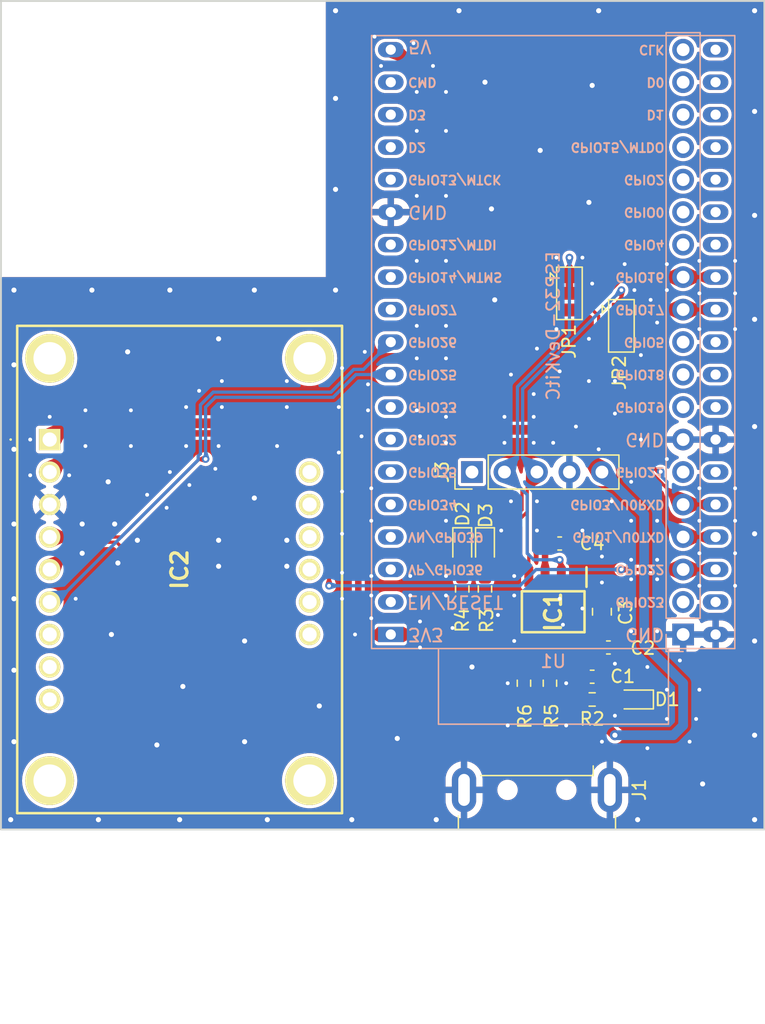
<source format=kicad_pcb>
(kicad_pcb (version 20221018) (generator pcbnew)
  (layers (0 "F.Cu" signal "Top") (31 "B.Cu" signal "Bottom") (34 "B.Paste" user) (35 "F.Paste" user) (36 "B.SilkS" user "B.Silkscreen") (37 "F.SilkS" user "F.Silkscreen") (38 "B.Mask" user) (39 "F.Mask" user) (44 "Edge.Cuts" user))
  (net 0 "")
  (net 1 "+3V3")
  (net 2 "+5V")
  (net 3 "Net-(IC1-DM)")
  (net 4 "Net-(IC1-DP)")
  (net 5 "RXD")
  (net 6 "TXD")
  (net 7 "GND")
  (net 21 "Net-(J1-D-)")
  (net 22 "Net-(J1-D+)")
  (net 23 "BCLK")
  (net 24 "DIN")
  (net 25 "WSEL")
  (net 47 "RX1")
  (net 48 "TX1")
  (net 53 "RX0")
  (net 54 "TX0")
  (net 68 "Net-(D1-A)")
  (net 69 "Net-(D2-A)")
  (net 70 "Net-(D3-A)")
  (footprint "SamacSys_Parts:3678" (layer "F.Cu") (at 102.7524 97.0514 -90)
    (fp_text reference "IC2")
    (fp_text value "3678" hide)
  )
  (footprint "LED_SMD:LED_0603_1608Metric" (layer "F.Cu") (at 148.4724 117.3714 180)
    (fp_text reference "D1")
    (fp_text value "2V")
  )
  (footprint "Capacitor_SMD:C_0603_1608Metric" (layer "F.Cu") (at 142.6304 105.1794)
    (fp_text reference "C4")
    (fp_text value "1u")
  )
  (footprint "Capacitor_SMD:C_0603_1608Metric" (layer "F.Cu") (at 146.4404 113.3074)
    (fp_text reference "C2")
    (fp_text value "0.1u")
  )
  (footprint "Jumper:SolderJumper-3_P1.3mm_Bridged12_Pad1.0x1.5mm" (layer "F.Cu") (at 147.4564 88.1614 -90)
    (fp_text reference "JP2")
    (fp_text value "RXD Route")
  )
  (footprint "Capacitor_SMD:C_0805_2012Metric" (layer "F.Cu") (at 145.9324 110.5134 90)
    (fp_text reference "C3")
    (fp_text value "10u")
  )
  (footprint "LED_SMD:LED_0603_1608Metric" (layer "F.Cu") (at 136.7884 105.4334 -90)
    (fp_text reference "D3")
    (fp_text value "2V")
  )
  (footprint "Resistor_SMD:R_0603_1608Metric" (layer "F.Cu") (at 136.7884 108.7354 -90)
    (fp_text reference "R3")
    (fp_text value "1K")
  )
  (footprint "Resistor_SMD:R_0603_1608Metric" (layer "F.Cu") (at 139.8364 116.1014 -90)
    (fp_text reference "R6")
    (fp_text value "22")
  )
  (footprint "Resistor_SMD:R_0603_1608Metric" (layer "F.Cu") (at 141.8684 116.1014 -90)
    (fp_text reference "R5")
    (fp_text value "22")
  )
  (footprint "Jumper:SolderJumper-3_P1.3mm_Bridged12_Pad1.0x1.5mm" (layer "F.Cu") (at 143.3924 85.6214 -90)
    (fp_text reference "JP1")
    (fp_text value "TXD Route")
  )
  (footprint "Resistor_SMD:R_0603_1608Metric" (layer "F.Cu") (at 135.0104 108.7354 -90)
    (fp_text reference "R4")
    (fp_text value "1K")
  )
  (footprint "Connector_USB:USB_A_CNCTech_1001-011-01101_Horizontal" (layer "F.Cu") (at 140.8524 131.3414 -90)
    (fp_text reference "J1")
    (fp_text value "USB_A")
  )
  (footprint "Connector_PinHeader_2.54mm:PinHeader_1x05_P2.54mm_Vertical" (layer "F.Cu") (at 135.7724 99.5914 90)
    (fp_text reference "J3")
    (fp_text value "Conn_01x05_Pin")
  )
  (footprint "LED_SMD:LED_0603_1608Metric" (layer "F.Cu") (at 135.0104 105.4334 -90)
    (fp_text reference "D2")
    (fp_text value "2V")
  )
  (footprint "SamacSys_Parts:SOIC127P600X170-8N" (layer "F.Cu") (at 142.1224 110.5134 -90)
    (fp_text reference "IC1")
    (fp_text value "PL2303SA__LF" hide)
  )
  (footprint "Capacitor_SMD:C_0603_1608Metric" (layer "F.Cu") (at 145.1704 115.5934)
    (fp_text reference "C1")
    (fp_text value "4.7u")
  )
  (footprint "Resistor_SMD:R_0603_1608Metric" (layer "F.Cu") (at 145.1704 117.3714 180)
    (fp_text reference "R2")
    (fp_text value "1K")
  )
  (footprint "Connector_PinHeader_2.54mm:PinHeader_1x19_P2.54mm_Vertical" (layer "B.Cu") (at 152.2824 112.2914)
    (fp_text reference "J2" hide)
    (fp_text value "Conn_01x19_Pin")
  )
  (footprint "Espressif:ESP32-DevKitC" (layer "B.Cu") (at 129.4224 112.2914)
    (fp_text reference "U1")
    (fp_text value "ESP32-DevKitC")
  )
  (gr_rect locked (start 98.9424 62.7614) (end 158.6324 127.5314) (stroke (width 0.15)) (fill none) (layer "Edge.Cuts"))
  (segment (start 141.4874 105.5474) (end 141.8554 105.1794) (width 0.508) (layer "F.Cu") (net 1))
  (segment (start 125.3838 96.5688) (end 104.759 96.5688) (width 0.508) (layer "F.Cu") (net 1))
  (segment (start 129.4224 112.2914) (end 132.2794 112.2914) (width 0.508) (layer "F.Cu") (net 1))
  (segment (start 129.4224 112.2914) (end 127.8984 112.2914) (width 0.508) (layer "F.Cu") (net 1))
  (segment (start 135.0104 109.5604) (end 136.7884 109.5604) (width 0.508) (layer "F.Cu") (net 1))
  (segment (start 104.5304 97.8134) (end 102.7524 99.5914) (width 0.508) (layer "F.Cu") (net 1))
  (segment (start 141.4874 107.8014) (end 141.4874 105.5474) (width 0.508) (layer "F.Cu") (net 1))
  (segment (start 104.759 96.5688) (end 104.5304 96.7974) (width 0.508) (layer "F.Cu") (net 1))
  (segment (start 141.4874 107.8014) (end 141.4874 110.3864) (width 0.508) (layer "F.Cu") (net 1))
  (segment (start 143.1384 110.5134) (end 144.1544 111.5294) (width 0.508) (layer "F.Cu") (net 1))
  (segment (start 141.4874 110.3864) (end 141.6144 110.5134) (width 0.508) (layer "F.Cu") (net 1))
  (segment (start 126.8824 98.0674) (end 125.3838 96.5688) (width 0.508) (layer "F.Cu") (net 1))
  (segment (start 139.0744 110.5134) (end 141.6144 110.5134) (width 0.508) (layer "F.Cu") (net 1))
  (segment (start 136.7884 109.5604) (end 138.1214 109.5604) (width 0.508) (layer "F.Cu") (net 1))
  (segment (start 104.5304 96.7974) (end 104.5304 97.8134) (width 0.508) (layer "F.Cu") (net 1))
  (segment (start 141.6144 110.5134) (end 143.1384 110.5134) (width 0.508) (layer "F.Cu") (net 1))
  (segment (start 126.8824 111.2754) (end 126.8824 98.0674) (width 0.508) (layer "F.Cu") (net 1))
  (segment (start 138.1214 109.5604) (end 139.0744 110.5134) (width 0.508) (layer "F.Cu") (net 1))
  (segment (start 144.1544 111.5294) (end 145.8664 111.5294) (width 0.508) (layer "F.Cu") (net 1))
  (segment (start 132.2794 112.2914) (end 135.0104 109.5604) (width 0.508) (layer "F.Cu") (net 1))
  (segment (start 145.8664 111.5294) (end 145.9324 111.4634) (width 0.508) (layer "F.Cu") (net 1))
  (segment (start 127.8984 112.2914) (end 126.8824 111.2754) (width 0.508) (layer "F.Cu") (net 1))
  (segment (start 146.1864 119.4034) (end 146.9484 120.1654) (width 0.762) (layer "F.Cu") (net 2))
  (segment (start 144.3524 117.3784) (end 144.3454 117.3714) (width 0.762) (layer "F.Cu") (net 2))
  (segment (start 104.0224 95.7814) (end 102.7524 97.0514) (width 0.762) (layer "F.Cu") (net 2))
  (segment (start 132.7244 95.7814) (end 104.0224 95.7814) (width 0.762) (layer "F.Cu") (net 2))
  (segment (start 132.7244 69.3654) (end 129.9304 66.5714) (width 0.762) (layer "F.Cu") (net 2))
  (segment (start 144.3524 119.4034) (end 146.1864 119.4034) (width 0.762) (layer "F.Cu") (net 2))
  (segment (start 144.3524 121.6914) (end 144.3524 119.4034) (width 0.762) (layer "F.Cu") (net 2))
  (segment (start 144.3454 115.6434) (end 144.3954 115.5934) (width 0.762) (layer "F.Cu") (net 2))
  (segment (start 142.6304 96.2894) (end 133.2324 96.2894) (width 0.762) (layer "F.Cu") (net 2))
  (segment (start 144.3524 119.4034) (end 144.3524 117.3784) (width 0.762) (layer "F.Cu") (net 2))
  (segment (start 142.7574 113.9554) (end 142.7574 113.2254) (width 0.762) (layer "F.Cu") (net 2))
  (segment (start 129.9304 66.5714) (end 129.4224 66.5714) (width 0.762) (layer "F.Cu") (net 2))
  (segment (start 144.3954 115.5934) (end 142.7574 113.9554) (width 0.762) (layer "F.Cu") (net 2))
  (segment (start 132.7244 95.7814) (end 132.7244 69.3654) (width 0.762) (layer "F.Cu") (net 2))
  (segment (start 145.9324 99.5914) (end 142.6304 96.2894) (width 0.762) (layer "F.Cu") (net 2))
  (segment (start 133.2324 96.2894) (end 132.7244 95.7814) (width 0.762) (layer "F.Cu") (net 2))
  (segment (start 144.3454 117.3714) (end 144.3454 115.6434) (width 0.762) (layer "F.Cu") (net 2))
  (via (at 146.9484 120.1654) (size 0.8) (drill 0.4) (layers "F.Cu" "B.Cu") (net 2))
  (segment (start 152.2824 116.1014) (end 149.2344 113.0534) (width 0.762) (layer "B.Cu") (net 2))
  (segment (start 151.5204 120.1654) (end 152.2824 119.4034) (width 0.762) (layer "B.Cu") (net 2))
  (segment (start 146.9484 120.1654) (end 151.5204 120.1654) (width 0.762) (layer "B.Cu") (net 2))
  (segment (start 149.2344 113.0534) (end 149.2344 102.8934) (width 0.762) (layer "B.Cu") (net 2))
  (segment (start 149.2344 102.8934) (end 145.9324 99.5914) (width 0.762) (layer "B.Cu") (net 2))
  (segment (start 152.2824 119.4034) (end 152.2824 116.1014) (width 0.762) (layer "B.Cu") (net 2))
  (segment (start 141.4874 114.8954) (end 141.8684 115.2764) (width 0.508) (layer "F.Cu") (net 3))
  (segment (start 141.4874 113.2254) (end 141.4874 114.8954) (width 0.508) (layer "F.Cu") (net 3))
  (segment (start 140.2174 114.8954) (end 139.8364 115.2764) (width 0.508) (layer "F.Cu") (net 4))
  (segment (start 140.2174 113.2254) (end 140.2174 114.8954) (width 0.508) (layer "F.Cu") (net 4))
  (segment (start 140.2174 106.0684) (end 140.0904 105.9414) (width 0.254) (layer "F.Cu") (net 5))
  (segment (start 140.2174 107.8014) (end 140.2174 106.0684) (width 0.254) (layer "F.Cu") (net 5))
  (segment (start 140.0904 102.706136) (end 139.395136 103.4014) (width 0.254) (layer "F.Cu") (net 5))
  (segment (start 136.7884 103.6554) (end 136.7884 104.6459) (width 0.254) (layer "F.Cu") (net 5))
  (segment (start 140.0904 100.3534) (end 140.8524 99.5914) (width 0.254) (layer "F.Cu") (net 5))
  (segment (start 137.0424 103.4014) (end 136.7884 103.6554) (width 0.254) (layer "F.Cu") (net 5))
  (segment (start 140.0904 103.4014) (end 140.0904 100.3534) (width 0.254) (layer "F.Cu") (net 5))
  (segment (start 139.395136 103.4014) (end 137.0424 103.4014) (width 0.254) (layer "F.Cu") (net 5))
  (segment (start 140.0904 102.6394) (end 140.0904 102.706136) (width 0.254) (layer "F.Cu") (net 5))
  (segment (start 147.4564 85.3674) (end 147.4564 86.8614) (width 0.254) (layer "F.Cu") (net 5))
  (segment (start 140.0904 105.9414) (end 140.0904 103.4014) (width 0.254) (layer "F.Cu") (net 5))
  (via (at 147.4564 85.3674) (size 0.6) (drill 0.3) (layers "F.Cu" "B.Cu") (net 5))
  (segment (start 139.7348 93.089) (end 139.7348 98.4738) (width 0.254) (layer "B.Cu") (net 5))
  (segment (start 147.4564 85.3674) (end 139.7348 93.089) (width 0.254) (layer "B.Cu") (net 5))
  (segment (start 139.7348 98.4738) (end 140.8524 99.5914) (width 0.254) (layer "B.Cu") (net 5))
  (segment (start 136.874064 102.995) (end 139.2268 102.995) (width 0.254) (layer "F.Cu") (net 6))
  (segment (start 135.2644 103.4014) (end 136.467664 103.4014) (width 0.254) (layer "F.Cu") (net 6))
  (segment (start 139.2268 102.995) (end 139.684 102.5378) (width 0.254) (layer "F.Cu") (net 6))
  (segment (start 135.0104 103.6554) (end 135.2644 103.4014) (width 0.254) (layer "F.Cu") (net 6))
  (segment (start 136.467664 103.4014) (end 136.874064 102.995) (width 0.254) (layer "F.Cu") (net 6))
  (segment (start 139.684 102.5378) (end 139.684 100.963) (width 0.254) (layer "F.Cu") (net 6))
  (segment (start 139.684 100.963) (end 138.3124 99.5914) (width 0.254) (layer "F.Cu") (net 6))
  (segment (start 142.7574 107.8014) (end 142.7574 106.5764) (width 0.254) (layer "F.Cu") (net 6))
  (segment (start 143.3924 82.8274) (end 143.3924 84.3214) (width 0.254) (layer "F.Cu") (net 6))
  (segment (start 142.7574 106.5764) (end 142.6304 106.4494) (width 0.254) (layer "F.Cu") (net 6))
  (segment (start 135.0104 104.6459) (end 135.0104 103.6554) (width 0.254) (layer "F.Cu") (net 6))
  (via (at 142.6304 106.4494) (size 0.6) (drill 0.3) (layers "F.Cu" "B.Cu") (net 6))
  (via (at 143.3924 82.8274) (size 0.6) (drill 0.3) (layers "F.Cu" "B.Cu") (net 6))
  (segment (start 139.3284 98.5754) (end 138.3124 99.5914) (width 0.254) (layer "B.Cu") (net 6))
  (segment (start 143.3924 88.856664) (end 139.3284 92.920664) (width 0.254) (layer "B.Cu") (net 6))
  (segment (start 139.3284 92.920664) (end 139.3284 98.5754) (width 0.254) (layer "B.Cu") (net 6))
  (segment (start 143.3924 82.8274) (end 143.3924 88.856664) (width 0.254) (layer "B.Cu") (net 6))
  (segment (start 140.0904 101.3694) (end 138.3124 99.5914) (width 0.254) (layer "B.Cu") (net 6))
  (segment (start 140.0904 105.9414) (end 140.0904 101.3694) (width 0.254) (layer "B.Cu") (net 6))
  (segment (start 140.5984 106.4494) (end 140.0904 105.9414) (width 0.254) (layer "B.Cu") (net 6))
  (segment (start 142.6304 106.4494) (end 140.5984 106.4494) (width 0.254) (layer "B.Cu") (net 6))
  (via (at 151.0124 98.5754) (size 0.6) (drill 0.3) (layers "F.Cu" "B.Cu") (net 7))
  (via (at 148.2184 100.3534) (size 0.6) (drill 0.3) (layers "F.Cu" "B.Cu") (net 7))
  (via (at 127.6444 94.7654) (size 0.6) (drill 0.3) (layers "F.Cu" "B.Cu") (net 7))
  (via (at 113.6744 100.6074) (size 0.6) (drill 0.3) (layers "F.Cu" "B.Cu") (net 7))
  (via (at 115.9604 106.9574) (size 0.8) (drill 0.4) (layers "F.Cu" "B.Cu") (net 7))
  (via (at 153.5524 116.6094) (size 0.6) (drill 0.3) (layers "F.Cu" "B.Cu") (net 7))
  (via (at 117.9924 112.7994) (size 0.8) (drill 0.4) (layers "F.Cu" "B.Cu") (net 7))
  (via (at 140.8524 89.9394) (size 0.6) (drill 0.3) (layers "F.Cu" "B.Cu") (net 7))
  (via (at 142.8844 111.5294) (size 0.6) (drill 0.3) (layers "F.Cu" "B.Cu") (net 7))
  (via (at 146.9484 114.5774) (size 0.6) (drill 0.3) (layers "F.Cu" "B.Cu") (net 7))
  (via (at 129.9304 120.4194) (size 0.8) (drill 0.4) (layers "F.Cu" "B.Cu") (net 7))
  (via (at 125.1044 70.3814) (size 0.8) (drill 0.4) (layers "F.Cu" "B.Cu") (net 7))
  (via (at 99.9584 103.6554) (size 0.8) (drill 0.4) (layers "F.Cu" "B.Cu") (net 7))
  (via (at 140.5984 95.2734) (size 0.6) (drill 0.3) (layers "F.Cu" "B.Cu") (net 7))
  (via (at 128.1524 65.5554) (size 0.6) (drill 0.3) (layers "F.Cu" "B.Cu") (net 7))
  (via (at 131.4544 90.7014) (size 0.6) (drill 0.3) (layers "F.Cu" "B.Cu") (net 7))
  (via (at 144.4084 104.1634) (size 0.6) (drill 0.3) (layers "F.Cu" "B.Cu") (net 7))
  (via (at 130.9464 109.2434) (size 0.6) (drill 0.3) (layers "F.Cu" "B.Cu") (net 7))
  (via (at 133.7404 83.0814) (size 0.6) (drill 0.3) (layers "F.Cu" "B.Cu") (net 7))
  (via (at 118.7544 101.6234) (size 0.8) (drill 0.4) (layers "F.Cu" "B.Cu") (net 7))
  (via (at 149.7424 86.1294) (size 0.6) (drill 0.3) (layers "F.Cu" "B.Cu") (net 7))
  (via (at 153.2984 118.8954) (size 0.6) (drill 0.3) (layers "F.Cu" "B.Cu") (net 7))
  (via (at 156.3464 83.0814) (size 0.6) (drill 0.3) (layers "F.Cu" "B.Cu") (net 7))
  (via (at 133.7404 88.1614) (size 0.6) (drill 0.3) (layers "F.Cu" "B.Cu") (net 7))
  (via (at 125.1044 77.4934) (size 0.8) (drill 0.4) (layers "F.Cu" "B.Cu") (net 7))
  (via (at 144.9164 89.1774) (size 0.6) (drill 0.3) (layers "F.Cu" "B.Cu") (net 7))
  (via (at 140.5984 93.4954) (size 0.6) (drill 0.3) (layers "F.Cu" "B.Cu") (net 7))
  (via (at 133.7404 69.8734) (size 0.6) (drill 0.3) (layers "F.Cu" "B.Cu") (net 7))
  (via (at 148.2184 106.4494) (size 0.6) (drill 0.3) (layers "F.Cu" "B.Cu") (net 7))
  (via (at 116.2144 92.4794) (size 0.6) (drill 0.3) (layers "F.Cu" "B.Cu") (net 7))
  (via (at 153.5524 108.4814) (size 0.6) (drill 0.3) (layers "F.Cu" "B.Cu") (net 7))
  (via (at 127.8984 107.7194) (size 0.6) (drill 0.3) (layers "F.Cu" "B.Cu") (net 7))
  (via (at 157.8704 87.6534) (size 0.8) (drill 0.4) (layers "F.Cu" "B.Cu") (net 7))
  (via (at 109.6104 104.9254) (size 0.8) (drill 0.4) (layers "F.Cu" "B.Cu") (net 7))
  (via (at 131.4544 69.8734) (size 0.6) (drill 0.3) (layers "F.Cu" "B.Cu") (net 7))
  (via (at 142.6304 91.7174) (size 0.6) (drill 0.3) (layers "F.Cu" "B.Cu") (net 7))
  (via (at 137.2964 79.0174) (size 0.8) (drill 0.4) (layers "F.Cu" "B.Cu") (net 7))
  (via (at 101.2284 97.0514) (size 0.6) (drill 0.3) (layers "F.Cu" "B.Cu") (net 7))
  (via (at 112.9124 126.7694) (size 0.8) (drill 0.4) (layers "F.Cu" "B.Cu") (net 7))
  (via (at 99.9584 85.3674) (size 0.8) (drill 0.4) (layers "F.Cu" "B.Cu") (net 7))
  (via (at 131.4544 88.1614) (size 0.6) (drill 0.3) (layers "F.Cu" "B.Cu") (net 7))
  (via (at 148.2184 107.9734) (size 0.6) (drill 0.3) (layers "F.Cu" "B.Cu") (net 7))
  (via (at 133.7404 109.2434) (size 0.6) (drill 0.3) (layers "F.Cu" "B.Cu") (net 7))
  (via (at 150.2504 106.4494) (size 0.6) (drill 0.3) (layers "F.Cu" "B.Cu") (net 7))
  (via (at 125.6124 107.4654) (size 0.6) (drill 0.3) (layers "F.Cu" "B.Cu") (net 7))
  (via (at 127.1364 96.7974) (size 0.6) (drill 0.3) (layers "F.Cu" "B.Cu") (net 7))
  (via (at 108.8484 90.1934) (size 0.8) (drill 0.4) (layers "F.Cu" "B.Cu") (net 7))
  (via (at 156.3464 108.4814) (size 0.6) (drill 0.3) (layers "F.Cu" "B.Cu") (net 7))
  (via (at 134.2484 111.7834) (size 0.6) (drill 0.3) (layers "F.Cu" "B.Cu") (net 7))
  (via (at 125.1044 63.5234) (size 0.8) (drill 0.4) (layers "F.Cu" "B.Cu") (net 7))
  (via (at 125.6124 104.4174) (size 0.6) (drill 0.3) (layers "F.Cu" "B.Cu") (net 7))
  (via (at 133.7404 72.9214) (size 0.6) (drill 0.3) (layers "F.Cu" "B.Cu") (net 7))
  (via (at 104.7844 109.4974) (size 0.6) (drill 0.3) (layers "F.Cu" "B.Cu") (net 7))
  (via (at 157.8704 104.4174) (size 0.8) (drill 0.4) (layers "F.Cu" "B.Cu") (net 7))
  (via (at 131.7084 96.7974) (size 0.6) (drill 0.3) (layers "F.Cu" "B.Cu") (net 7))
  (via (at 131.7084 113.3074) (size 0.6) (drill 0.3) (layers "F.Cu" "B.Cu") (net 7))
  (via (at 131.4544 83.0814) (size 0.6) (drill 0.3) (layers "F.Cu" "B.Cu") (net 7))
  (via (at 150.2504 107.9734) (size 0.6) (drill 0.3) (layers "F.Cu" "B.Cu") (net 7))
  (via (at 106.5624 126.7694) (size 0.8) (drill 0.4) (layers "F.Cu" "B.Cu") (net 7))
  (via (at 113.1664 116.3554) (size 0.8) (drill 0.4) (layers "F.Cu" "B.Cu") (net 7))
  (via (at 156.3464 103.4014) (size 0.6) (drill 0.3) (layers "F.Cu" "B.Cu") (net 7))
  (via (at 157.8704 71.3974) (size 0.8) (drill 0.4) (layers "F.Cu" "B.Cu") (net 7))
  (via (at 143.1384 119.4034) (size 0.6) (drill 0.3) (layers "F.Cu" "B.Cu") (net 7))
  (via (at 149.4884 114.8314) (size 0.6) (drill 0.3) (layers "F.Cu" "B.Cu") (net 7))
  (via (at 142.6304 109.4974) (size 0.6) (drill 0.3) (layers "F.Cu" "B.Cu") (net 7))
  (via (at 127.8984 100.8614) (size 0.6) (drill 0.3) (layers "F.Cu" "B.Cu") (net 7))
  (via (at 156.3464 105.9414) (size 0.6) (drill 0.3) (layers "F.Cu" "B.Cu") (net 7))
  (via (at 125.1044 85.3674) (size 0.8) (drill 0.4) (layers "F.Cu" "B.Cu") (net 7))
  (via (at 151.0124 85.3674) (size 0.6) (drill 0.3) (layers "F.Cu" "B.Cu") (net 7))
  (via (at 146.6944 101.8774) (size 0.6) (drill 0.3) (layers "F.Cu" "B.Cu") (net 7))
  (via (at 105.5464 94.7654) (size 0.6) (drill 0.3) (layers "F.Cu" "B.Cu") (net 7))
  (via (at 136.7884 69.1114) (size 0.8) (drill 0.4) (layers "F.Cu" "B.Cu") (net 7))
  (via (at 157.8704 112.7994) (size 0.8) (drill 0.4) (layers "F.Cu" "B.Cu") (net 7))
  (via (at 131.2004 66.0634) (size 0.6) (drill 0.3) (layers "F.Cu" "B.Cu") (net 7))
  (via (at 127.8984 103.4014) (size 0.6) (drill 0.3) (layers "F.Cu" "B.Cu") (net 7))
  (via (at 145.9324 120.6734) (size 0.6) (drill 0.3) (layers "F.Cu" "B.Cu") (net 7))
  (via (at 119.7704 126.7694) (size 0.8) (drill 0.4) (layers "F.Cu" "B.Cu") (net 7))
  (via (at 151.0124 116.6094) (size 0.6) (drill 0.3) (layers "F.Cu" "B.Cu") (net 7))
  (via (at 127.3904 90.1934) (size 0.6) (drill 0.3) (layers "F.Cu" "B.Cu") (net 7))
  (via (at 123.8344 117.8794) (size 0.8) (drill 0.4) (layers "F.Cu" "B.Cu") (net 7))
  (via (at 157.8704 120.1654) (size 0.8) (drill 0.4) (layers "F.Cu" "B.Cu") (net 7))
  (via (at 102.7524 95.2734) (size 0.6) (drill 0.3) (layers "F.Cu" "B.Cu") (net 7))
  (via (at 141.1064 74.4454) (size 0.8) (drill 0.4) (layers "F.Cu" "B.Cu") (net 7))
  (via (at 142.3764 82.8274) (size 0.6) (drill 0.3) (layers "F.Cu" "B.Cu") (net 7))
  (via (at 133.7404 78.0014) (size 0.6) (drill 0.3) (layers "F.Cu" "B.Cu") (net 7))
  (via (at 115.9604 89.1774) (size 0.8) (drill 0.4) (layers "F.Cu" "B.Cu") (net 7))
  (via (at 99.9584 120.6734) (size 0.8) (drill 0.4) (layers "F.Cu" "B.Cu") (net 7))
  (via (at 133.7404 97.3054) (size 0.6) (drill 0.3) (layers "F.Cu" "B.Cu") (net 7))
  (via (at 156.3464 100.8614) (size 0.6) (drill 0.3) (layers "F.Cu" "B.Cu") (net 7))
  (via (at 150.2504 87.9074) (size 0.6) (drill 0.3) (layers "F.Cu" "B.Cu") (net 7))
  (via (at 151.0124 118.8954) (size 0.6) (drill 0.3) (layers "F.Cu" "B.Cu") (net 7))
  (via (at 106.0544 85.3674) (size 0.8) (drill 0.4) (layers "F.Cu" "B.Cu") (net 7))
  (via (at 126.6284 112.2914) (size 0.6) (drill 0.3) (layers "F.Cu" "B.Cu") (net 7))
  (via (at 127.8984 111.0214) (size 0.6) (drill 0.3) (layers "F.Cu" "B.Cu") (net 7))
  (via (at 140.8524 104.1634) (size 0.6) (drill 0.3) (layers "F.Cu" "B.Cu") (net 7))
  (via (at 148.2184 112.0374) (size 0.6) (drill 0.3) (layers "F.Cu" "B.Cu") (net 7))
  (via (at 138.8204 101.8774) (size 0.6) (drill 0.3) (layers "F.Cu" "B.Cu") (net 7))
  (via (at 149.4884 121.1814) (size 0.6) (drill 0.3) (layers "F.Cu" "B.Cu") (net 7))
  (via (at 150.2504 112.0374) (size 0.6) (drill 0.3) (layers "F.Cu" "B.Cu") (net 7))
  (via (at 125.6124 101.1154) (size 0.6) (drill 0.3) (layers "F.Cu" "B.Cu") (net 7))
  (via (at 138.0584 104.1634) (size 0.6) (drill 0.3) (layers "F.Cu" "B.Cu") (net 7))
  (via (at 153.5524 100.8614) (size 0.6) (drill 0.3) (layers "F.Cu" "B.Cu") (net 7))
  (via (at 145.6784 63.5234) (size 0.8) (drill 0.4) (layers "F.Cu" "B.Cu") (net 7))
  (via (at 116.2144 94.5114) (size 0.6) (drill 0.3) (layers "F.Cu" "B.Cu") (net 7))
  (via (at 153.5524 103.4014) (size 0.6) (drill 0.3) (layers "F.Cu" "B.Cu") (net 7))
  (via (at 132.7244 67.8414) (size 0.6) (drill 0.3) (layers "F.Cu" "B.Cu") (net 7))
  (via (at 151.0124 83.3354) (size 0.6) (drill 0.3) (layers "F.Cu" "B.Cu") (net 7))
  (via (at 127.8984 109.2434) (size 0.6) (drill 0.3) (layers "F.Cu" "B.Cu") (net 7))
  (via (at 147.7104 83.3354) (size 0.6) (drill 0.3) (layers "F.Cu" "B.Cu") (net 7))
  (via (at 152.7904 120.6734) (size 0.6) (drill 0.3) (layers "F.Cu" "B.Cu") (net 7))
  (via (at 99.9584 115.0854) (size 0.8) (drill 0.4) (layers "F.Cu" "B.Cu") (net 7))
  (via (at 140.5984 97.3054) (size 0.6) (drill 0.3) (layers "F.Cu" "B.Cu") (net 7))
  (via (at 135.7724 114.8314) (size 0.8) (drill 0.4) (layers "F.Cu" "B.Cu") (net 7))
  (via (at 138.3124 95.2734) (size 0.6) (drill 0.3) (layers "F.Cu" "B.Cu") (net 7))
  (via (at 148.9804 97.0514) (size 0.6) (drill 0.3) (layers "F.Cu" "B.Cu") (net 7))
  (via (at 144.4084 82.8274) (size 0.6) (drill 0.3) (layers "F.Cu" "B.Cu") (net 7))
  (via (at 138.5664 116.1014) (size 0.6) (drill 0.3) (layers "F.Cu" "B.Cu") (net 7))
  (via (at 107.8324 103.6554) (size 0.8) (drill 0.4) (layers "F.Cu" "B.Cu") (net 7))
  (via (at 121.2944 94.5114) (size 0.6) (drill 0.3) (layers "F.Cu" "B.Cu") (net 7))
  (via (at 125.6124 91.4634) (size 0.6) (drill 0.3) (layers "F.Cu" "B.Cu") (net 7))
  (via (at 157.8704 79.5254) (size 0.8) (drill 0.4) (layers "F.Cu" "B.Cu") (net 7))
  (via (at 139.0744 109.2434) (size 0.6) (drill 0.3) (layers "F.Cu" "B.Cu") (net 7))
  (via (at 125.3584 94.5114) (size 0.6) (drill 0.3) (layers "F.Cu" "B.Cu") (net 7))
  (via (at 148.4724 85.3674) (size 0.6) (drill 0.3) (layers "F.Cu" "B.Cu") (net 7))
  (via (at 109.1024 97.5594) (size 0.6) (drill 0.3) (layers "F.Cu" "B.Cu") (net 7))
  (via (at 121.2944 104.9254) (size 0.8) (drill 0.4) (layers "F.Cu" "B.Cu") (net 7))
  (via (at 99.9584 109.4974) (size 0.8) (drill 0.4) (layers "F.Cu" "B.Cu") (net 7))
  (via (at 115.9604 97.5594) (size 0.6) (drill 0.3) (layers "F.Cu" "B.Cu") (net 7))
  (via (at 153.5524 85.6214) (size 0.6) (drill 0.3) (layers "F.Cu" "B.Cu") (net 7))
  (via (at 152.0284 114.3234) (size 0.6) (drill 0.3) (layers "F.Cu" "B.Cu") (net 7))
  (via (at 99.7044 126.7694) (size 0.8) (drill 0.4) (layers "F.Cu" "B.Cu") (net 7))
  (via (at 121.2944 106.9574) (size 0.8) (drill 0.4) (layers "F.Cu" "B.Cu") (net 7))
  (via (at 148.7264 126.7694) (size 0.8) (drill 0.4) (layers "F.Cu" "B.Cu") (net 7))
  (via (at 115.9604 104.9254) (size 0.8) (drill 0.4) (layers "F.Cu" "B.Cu") (net 7))
  (via (at 118.7544 85.3674) (size 0.8) (drill 0.4) (layers "F.Cu" "B.Cu") (net 7))
  (via (at 125.6124 109.4974) (size 0.6) (drill 0.3) (layers "F.Cu" "B.Cu") (net 7))
  (via (at 144.4084 110.2594) (size 0.6) (drill 0.3) (layers "F.Cu" "B.Cu") (net 7))
  (via (at 131.4544 94.7654) (size 0.6) (drill 0.3) (layers "F.Cu" "B.Cu") (net 7))
  (via (at 108.0864 106.7034) (size 0.8) (drill 0.4) (layers "F.Cu" "B.Cu") (net 7))
  (via (at 153.8064 123.9754) (size 0.8) (drill 0.4) (layers "F.Cu" "B.Cu") (net 7))
  (via (at 143.9004 96.0354) (size 0.6) (drill 0.3) (layers "F.Cu" "B.Cu") (net 7))
  (via (at 110.3724 101.3694) (size 0.6) (drill 0.3) (layers "F.Cu" "B.Cu") (net 7))
  (via (at 150.2504 103.4014) (size 0.6) (drill 0.3) (layers "F.Cu" "B.Cu") (net 7))
  (via (at 132.9784 126.7694) (size 0.8) (drill 0.4) (layers "F.Cu" "B.Cu") (net 7))
  (via (at 109.1024 94.7654) (size 0.6) (drill 0.3) (layers "F.Cu" "B.Cu") (net 7))
  (via (at 148.9804 90.4474) (size 0.6) (drill 0.3) (layers "F.Cu" "B.Cu") (net 7))
  (via (at 127.6444 92.7334) (size 0.6) (drill 0.3) (layers "F.Cu" "B.Cu") (net 7))
  (via (at 99.9584 91.2094) (size 0.8) (drill 0.4) (layers "F.Cu" "B.Cu") (net 7))
  (via (at 105.2924 103.6554) (size 0.8) (drill 0.4) (layers "F.Cu" "B.Cu") (net 7))
  (via (at 156.3464 85.6214) (size 0.6) (drill 0.3) (layers "F.Cu" "B.Cu") (net 7))
  (via (at 157.8704 96.0354) (size 0.8) (drill 0.4) (layers "F.Cu" "B.Cu") (net 7))
  (via (at 133.7404 90.7014) (size 0.6) (drill 0.3) (layers "F.Cu" "B.Cu") (net 7))
  (via (at 144.9164 78.5094) (size 0.8) (drill 0.4) (layers "F.Cu" "B.Cu") (net 7))
  (via (at 139.0744 107.7194) (size 0.6) (drill 0.3) (layers "F.Cu" "B.Cu") (net 7))
  (via (at 125.3584 98.0674) (size 0.6) (drill 0.3) (layers "F.Cu" "B.Cu") (net 7))
  (via (at 120.5324 97.5594) (size 0.6) (drill 0.3) (layers "F.Cu" "B.Cu") (net 7))
  (via (at 107.5784 112.2914) (size 0.8) (drill 0.4) (layers "F.Cu" "B.Cu") (net 7))
  (via (at 131.4544 78.0014) (size 0.6) (drill 0.3) (layers "F.Cu" "B.Cu") (net 7))
  (via (at 137.8044 110.7674) (size 0.6) (drill 0.3) (layers "F.Cu" "B.Cu") (net 7))
  (via (at 146.9484 118.6414) (size 0.6) (drill 0.3) (layers "F.Cu" "B.Cu") (net 7))
  (via (at 156.3464 88.4154) (size 0.6) (drill 0.3) (layers "F.Cu" "B.Cu") (net 7))
  (via (at 115.7064 99.3374) (size 0.6) (drill 0.3) (layers "F.Cu" "B.Cu") (net 7))
  (via (at 142.3764 88.4154) (size 0.6) (drill 0.3) (layers "F.Cu" "B.Cu") (net 7))
  (via (at 146.9484 95.0194) (size 0.6) (drill 0.3) (layers "F.Cu" "B.Cu") (net 7))
  (via (at 143.1384 116.1014) (size 0.6) (drill 0.3) (layers "F.Cu" "B.Cu") (net 7))
  (via (at 153.5524 105.9414) (size 0.6) (drill 0.3) (layers "F.Cu" "B.Cu") (net 7))
  (via (at 157.8704 63.5234) (size 0.8) (drill 0.4) (layers "F.Cu" "B.Cu") (net 7))
  (via (at 133.7404 107.7194) (size 0.6) (drill 0.3) (layers "F.Cu" "B.Cu") (net 7))
  (via (at 107.3244 100.3534) (size 0.8) (drill 0.4) (layers "F.Cu" "B.Cu") (net 7))
  (via (at 105.5464 97.5594) (size 0.6) (drill 0.3) (layers "F.Cu" "B.Cu") (net 7))
  (via (at 138.3124 97.3054) (size 0.6) (drill 0.3) (layers "F.Cu" "B.Cu") (net 7))
  (via (at 153.5524 83.0814) (size 0.6) (drill 0.3) (layers "F.Cu" "B.Cu") (net 7))
  (via (at 112.1504 85.3674) (size 0.8) (drill 0.4) (layers "F.Cu" "B.Cu") (net 7))
  (via (at 131.4544 72.9214) (size 0.6) (drill 0.3) (layers "F.Cu" "B.Cu") (net 7))
  (via (at 113.4204 94.5114) (size 0.6) (drill 0.3) (layers "F.Cu" "B.Cu") (net 7))
  (via (at 145.1704 69.3654) (size 0.8) (drill 0.4) (layers "F.Cu" "B.Cu") (net 7))
  (via (at 105.2924 105.9414) (size 0.8) (drill 0.4) (layers "F.Cu" "B.Cu") (net 7))
  (via (at 145.9324 108.2274) (size 0.6) (drill 0.3) (layers "F.Cu" "B.Cu") (net 7))
  (via (at 153.5524 88.4154) (size 0.6) (drill 0.3) (layers "F.Cu" "B.Cu") (net 7))
  (via (at 133.7404 95.2734) (size 0.6) (drill 0.3) (layers "F.Cu" "B.Cu") (net 7))
  (via (at 117.9924 120.6734) (size 0.8) (drill 0.4) (layers "F.Cu" "B.Cu") (net 7))
  (via (at 145.9324 106.1954) (size 0.6) (drill 0.3) (layers "F.Cu" "B.Cu") (net 7))
  (via (at 146.9484 92.4794) (size 0.6) (drill 0.3) (layers "F.Cu" "B.Cu") (net 7))
  (via (at 104.2764 99.8454) (size 0.6) (drill 0.3) (layers "F.Cu" "B.Cu") (net 7))
  (via (at 137.5504 86.1294) (size 0.8) (drill 0.4) (layers "F.Cu" "B.Cu") (net 7))
  (via (at 130.9464 107.7194) (size 0.6) (drill 0.3) (layers "F.Cu" "B.Cu") (net 7))
  (via (at 113.4204 97.5594) (size 0.6) (drill 0.3) (layers "F.Cu" "B.Cu") (net 7))
  (via (at 101.2284 99.8454) (size 0.6) (drill 0.3) (layers "F.Cu" "B.Cu") (net 7))
  (via (at 131.7084 111.2754) (size 0.6) (drill 0.3) (layers "F.Cu" "B.Cu") (net 7))
  (via (at 144.9164 92.4794) (size 0.6) (drill 0.3) (layers "F.Cu" "B.Cu") (net 7))
  (via (at 145.1704 84.8594) (size 0.6) (drill 0.3) (layers "F.Cu" "B.Cu") (net 7))
  (via (at 138.8204 91.9714) (size 0.6) (drill 0.3) (layers "F.Cu" "B.Cu") (net 7))
  (via (at 145.6784 97.8134) (size 0.6) (drill 0.3) (layers "F.Cu" "B.Cu") (net 7))
  (via (at 139.0744 112.7994) (size 0.6) (drill 0.3) (layers "F.Cu" "B.Cu") (net 7))
  (via (at 138.5664 119.4034) (size 0.6) (drill 0.3) (layers "F.Cu" "B.Cu") (net 7))
  (via (at 111.1344 120.9274) (size 0.8) (drill 0.4) (layers "F.Cu" "B.Cu") (net 7))
  (via (at 134.7564 63.5234) (size 0.8) (drill 0.4) (layers "F.Cu" "B.Cu") (net 7))
  (via (at 128.6604 67.8414) (size 0.6) (drill 0.3) (layers "F.Cu" "B.Cu") (net 7))
  (via (at 111.8964 102.3854) (size 0.6) (drill 0.3) (layers "F.Cu" "B.Cu") (net 7))
  (via (at 157.8704 126.7694) (size 0.8) (drill 0.4) (layers "F.Cu" "B.Cu") (net 7))
  (via (at 133.7404 103.4014) (size 0.6) (drill 0.3) (layers "F.Cu" "B.Cu") (net 7))
  (via (at 140.8524 101.8774) (size 0.6) (drill 0.3) (layers "F.Cu" "B.Cu") (net 7))
  (via (at 114.4364 93.2414) (size 0.6) (drill 0.3) (layers "F.Cu" "B.Cu") (net 7))
  (via (at 121.2944 92.4794) (size 0.6) (drill 0.3) (layers "F.Cu" "B.Cu") (net 7))
  (via (at 126.3744 126.7694) (size 0.8) (drill 0.4) (layers "F.Cu" "B.Cu") (net 7))
  (via (at 142.1224 97.3054) (size 0.6) (drill 0.3) (layers "F.Cu" "B.Cu") (net 7))
  (via (at 148.2184 103.4014) (size 0.6) (drill 0.3) (layers "F.Cu" "B.Cu") (net 7))
  (via (at 112.1504 99.5914) (size 0.6) (drill 0.3) (layers "F.Cu" "B.Cu") (net 7))
  (via (at 99.9584 97.8134) (size 0.8) (drill 0.4) (layers "F.Cu" "B.Cu") (net 7))
  (segment (start 141.8524 121.6914) (end 141.8524 116.9424) (width 0.508) (layer "F.Cu") (net 21))
  (segment (start 141.8524 116.9424) (end 141.8684 116.9264) (width 0.508) (layer "F.Cu") (net 21))
  (segment (start 139.8524 121.6914) (end 139.8524 116.9424) (width 0.508) (layer "F.Cu") (net 22))
  (segment (start 139.8524 116.9424) (end 139.8364 116.9264) (width 0.508) (layer "F.Cu") (net 22))
  (segment (start 115.538064 93.343) (end 124.7488 93.343) (width 0.254) (layer "B.Cu") (net 23))
  (segment (start 102.7524 109.7514) (end 103.2604 109.7514) (width 0.254) (layer "B.Cu") (net 23))
  (segment (start 124.7488 93.343) (end 126.5268 91.565) (width 0.254) (layer "B.Cu") (net 23))
  (segment (start 103.2604 109.7514) (end 114.365 98.6468) (width 0.254) (layer "B.Cu") (net 23))
  (segment (start 126.5268 91.565) (end 127.2888 91.565) (width 0.254) (layer "B.Cu") (net 23))
  (segment (start 114.365 98.6468) (end 114.365 98.335404) (width 0.254) (layer "B.Cu") (net 23))
  (segment (start 114.538 94.343064) (end 115.538064 93.343) (width 0.254) (layer "B.Cu") (net 23))
  (segment (start 114.538 98.162404) (end 114.538 94.343064) (width 0.254) (layer "B.Cu") (net 23))
  (segment (start 127.2888 91.565) (end 129.4224 89.4314) (width 0.254) (layer "B.Cu") (net 23))
  (segment (start 114.365 98.335404) (end 114.538 98.162404) (width 0.254) (layer "B.Cu") (net 23))
  (segment (start 147.4564 107.2114) (end 152.2824 107.2114) (width 0.254) (layer "F.Cu") (net 24))
  (segment (start 108.8484 105.9414) (end 107.9848 105.0778) (width 0.254) (layer "F.Cu") (net 24))
  (segment (start 107.9848 105.0778) (end 104.886 105.0778) (width 0.254) (layer "F.Cu") (net 24))
  (segment (start 124.5964 108.4814) (end 124.5964 106.4494) (width 0.254) (layer "F.Cu") (net 24))
  (segment (start 152.2824 107.2114) (end 154.8224 107.2114) (width 0.254) (layer "F.Cu") (net 24))
  (segment (start 104.886 105.0778) (end 102.7524 107.2114) (width 0.254) (layer "F.Cu") (net 24))
  (segment (start 124.0884 105.9414) (end 108.8484 105.9414) (width 0.254) (layer "F.Cu") (net 24))
  (segment (start 124.5964 106.4494) (end 124.0884 105.9414) (width 0.254) (layer "F.Cu") (net 24))
  (via (at 147.4564 107.2114) (size 0.6) (drill 0.3) (layers "F.Cu" "B.Cu") (net 24))
  (via (at 124.5964 108.4814) (size 0.6) (drill 0.3) (layers "F.Cu" "B.Cu") (net 24))
  (segment (start 124.5964 108.4814) (end 139.515664 108.4814) (width 0.254) (layer "B.Cu") (net 24))
  (segment (start 139.515664 108.4814) (end 140.785664 107.2114) (width 0.254) (layer "B.Cu") (net 24))
  (segment (start 140.785664 107.2114) (end 147.4564 107.2114) (width 0.254) (layer "B.Cu") (net 24))
  (segment (start 108.3404 104.6714) (end 102.7524 104.6714) (width 0.254) (layer "F.Cu") (net 25))
  (segment (start 114.9444 98.5754) (end 114.4364 98.5754) (width 0.254) (layer "F.Cu") (net 25))
  (segment (start 114.4364 98.5754) (end 108.3404 104.6714) (width 0.254) (layer "F.Cu") (net 25))
  (via (at 114.9444 98.5754) (size 0.6) (drill 0.3) (layers "F.Cu" "B.Cu") (net 25))
  (segment (start 126.695136 91.9714) (end 129.4224 91.9714) (width 0.254) (layer "B.Cu") (net 25))
  (segment (start 114.9444 98.5754) (end 114.9444 94.5114) (width 0.254) (layer "B.Cu") (net 25))
  (segment (start 124.917136 93.7494) (end 126.695136 91.9714) (width 0.254) (layer "B.Cu") (net 25))
  (segment (start 114.9444 94.5114) (end 115.7064 93.7494) (width 0.254) (layer "B.Cu") (net 25))
  (segment (start 115.7064 93.7494) (end 124.917136 93.7494) (width 0.254) (layer "B.Cu") (net 25))
  (segment (start 152.2824 84.3514) (end 154.8224 84.3514) (width 0.254) (layer "F.Cu") (net 47))
  (segment (start 143.3924 85.6214) (end 146.383004 85.6214) (width 0.254) (layer "F.Cu") (net 47))
  (segment (start 146.383004 85.6214) (end 147.653004 84.3514) (width 0.254) (layer "F.Cu") (net 47))
  (segment (start 147.653004 84.3514) (end 152.2824 84.3514) (width 0.254) (layer "F.Cu") (net 47))
  (segment (start 147.4564 88.1614) (end 148.7264 88.1614) (width 0.254) (layer "F.Cu") (net 48))
  (segment (start 152.2824 86.8914) (end 154.8224 86.8914) (width 0.254) (layer "F.Cu") (net 48))
  (segment (start 148.7264 88.1614) (end 149.9964 86.8914) (width 0.254) (layer "F.Cu") (net 48))
  (segment (start 149.9964 86.8914) (end 152.2824 86.8914) (width 0.254) (layer "F.Cu") (net 48))
  (segment (start 152.2824 102.1314) (end 154.8224 102.1314) (width 0.254) (layer "F.Cu") (net 53))
  (segment (start 143.3924 86.9214) (end 145.2004 86.9214) (width 0.254) (layer "F.Cu") (net 53))
  (segment (start 145.6784 87.3994) (end 145.6784 95.5274) (width 0.254) (layer "F.Cu") (net 53))
  (segment (start 145.2004 86.9214) (end 145.6784 87.3994) (width 0.254) (layer "F.Cu") (net 53))
  (segment (start 145.6784 95.5274) (end 152.2824 102.1314) (width 0.254) (layer "F.Cu") (net 53))
  (segment (start 154.8224 104.6714) (end 153.5524 104.6714) (width 0.254) (layer "F.Cu") (net 54))
  (segment (start 150.317136 99.5914) (end 150.5044 99.5914) (width 0.254) (layer "F.Cu") (net 54))
  (segment (start 146.0848 90.833) (end 146.0848 95.359064) (width 0.254) (layer "F.Cu") (net 54))
  (segment (start 150.5044 99.5914) (end 150.532745 99.563055) (width 0.254) (layer "F.Cu") (net 54))
  (segment (start 147.4564 89.4614) (end 146.0848 90.833) (width 0.254) (layer "F.Cu") (net 54))
  (segment (start 153.5524 104.6714) (end 152.2824 104.6714) (width 0.254) (layer "F.Cu") (net 54))
  (segment (start 146.0848 95.359064) (end 150.317136 99.5914) (width 0.254) (layer "F.Cu") (net 54))
  (via (at 150.532745 99.563055) (size 0.6) (drill 0.3) (layers "F.Cu" "B.Cu") (net 54))
  (segment (start 150.532745 99.563055) (end 150.532745 99.873745) (width 0.254) (layer "B.Cu") (net 54))
  (segment (start 151.0124 103.4014) (end 152.2824 104.6714) (width 0.254) (layer "B.Cu") (net 54))
  (segment (start 150.532745 99.873745) (end 151.0124 100.3534) (width 0.254) (layer "B.Cu") (net 54))
  (segment (start 151.0124 100.3534) (end 151.0124 103.4014) (width 0.254) (layer "B.Cu") (net 54))
  (segment (start 145.9954 117.3714) (end 147.6849 117.3714) (width 0.508) (layer "F.Cu") (net 68))
  (segment (start 135.0104 107.9104) (end 135.0104 106.2209) (width 0.254) (layer "F.Cu") (net 69))
  (segment (start 136.7884 107.9104) (end 136.7884 106.2209) (width 0.254) (layer "F.Cu") (net 70))
  (zone (net 1) (net_name "+3V3") (layer "F.Cu") (name "3V3") (priority 1) (connect_pads thru_hole_only (clearance 0.254)) (min_thickness 0.25) (fill yes (thermal_gap 0.5) (thermal_bridge_width 0.5))
    (polygon (pts (xy 146.6944 110.7674) (xy 144.9164 110.7674) (xy 144.9164 112.2914) (xy 143.6464 112.2914) (xy 143.6464 114.0694) (xy 146.1864 114.0694) (xy 146.1864 112.5454) (xy 146.6944 112.0374)))
  )
  (zone (net 7) (net_name "GND") (layers "F&B.Cu") (name "GND") (connect_pads thru_hole_only (clearance 0.254)) (min_thickness 0.25) (fill yes (thermal_gap 0.5) (thermal_bridge_width 0.5) (island_removal_mode 2) (island_area_min 10))
    (polygon (pts (xy 98.9424 127.5314) (xy 98.9424 84.3514) (xy 124.3424 84.3514) (xy 124.3424 62.7614) (xy 158.6324 62.7614) (xy 158.6324 127.5314)))
  )
)
</source>
